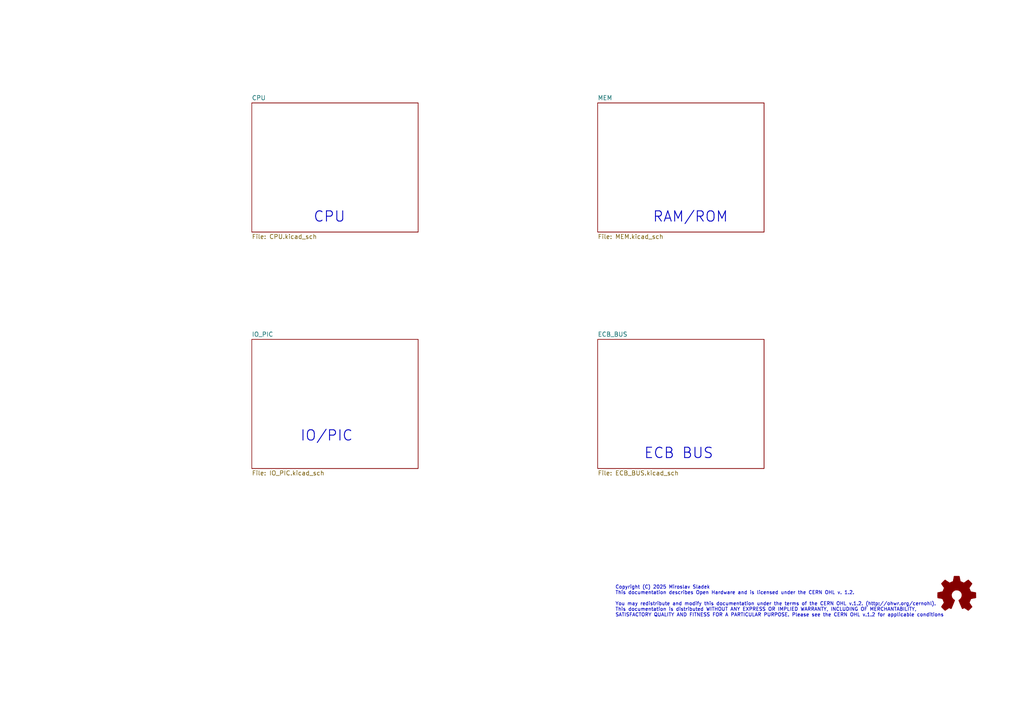
<source format=kicad_sch>
(kicad_sch (version 20230121) (generator eeschema)
  (paper "A4")
  (title_block (title "ECB 8080 SBC") (date "2025-03-17") (rev "A"))
  (lib_symbols
    (symbol "Graphic:Logo_Open_Hardware_Small" (in_bom no) (on_board no)
      (symbol "Logo_Open_Hardware_Small_0_1"
        (polyline (pts (xy 3.3528 -4.3434) (xy 3.302 -4.318) (xy 3.175 -4.2418) (xy 2.9972 -4.1148) (xy 2.7686 -3.9624) (xy 2.54 -3.81) (xy 2.3622 -3.7084) (xy 2.2352 -3.6068) (xy 2.1844 -3.5814) (xy 2.159 -3.6068) (xy 2.0574 -3.6576) (xy 1.905 -3.7338) (xy 1.8034 -3.7846) (xy 1.6764 -3.8354) (xy 1.6002 -3.8354) (xy 1.6002 -3.8354) (xy 1.5494 -3.7338) (xy 1.4732 -3.5306) (xy 1.3462 -3.302) (xy 1.2446 -3.0226) (xy 1.1176 -2.7178) (xy 0.9652 -2.413) (xy 0.8636 -2.1082) (xy 0.7366 -1.8288) (xy 0.6604 -1.6256) (xy 0.6096 -1.4732) (xy 0.5842 -1.397) (xy 0.5842 -1.397) (xy 0.6604 -1.3208) (xy 0.7874 -1.2446) (xy 1.0414 -1.016) (xy 1.2954 -0.6858) (xy 1.4478 -0.3302) (xy 1.524 0.0762) (xy 1.4732 0.4572) (xy 1.3208 0.8128) (xy 1.0668 1.143) (xy 0.762 1.3716) (xy 0.4064 1.524) (xy 0 1.5748) (xy -0.381 1.5494) (xy -0.7366 1.397) (xy -1.0668 1.143) (xy -1.2192 0.9906) (xy -1.397 0.6604) (xy -1.524 0.3048) (xy -1.524 0.2286) (xy -1.4986 -0.1778) (xy -1.397 -0.5334) (xy -1.1938 -0.8636) (xy -0.9144 -1.143) (xy -0.8636 -1.1684) (xy -0.7366 -1.27) (xy -0.635 -1.3462) (xy -0.5842 -1.397) (xy -1.0668 -2.5908) (xy -1.143 -2.794) (xy -1.2954 -3.1242) (xy -1.397 -3.4036) (xy -1.4986 -3.6322) (xy -1.5748 -3.7846) (xy -1.6002 -3.8354) (xy -1.6002 -3.8354) (xy -1.651 -3.8354) (xy -1.7272 -3.81) (xy -1.905 -3.7338) (xy -2.0066 -3.683) (xy -2.1336 -3.6068) (xy -2.2098 -3.5814) (xy -2.2606 -3.6068) (xy -2.3622 -3.683) (xy -2.54 -3.81) (xy -2.7686 -3.9624) (xy -2.9718 -4.0894) (xy -3.1496 -4.2164) (xy -3.302 -4.318) (xy -3.3528 -4.3434) (xy -3.3782 -4.3434) (xy -3.429 -4.318) (xy -3.5306 -4.2164) (xy -3.7084 -4.064) (xy -3.937 -3.8354) (xy -3.9624 -3.81) (xy -4.1656 -3.6068) (xy -4.318 -3.4544) (xy -4.4196 -3.3274) (xy -4.445 -3.2766) (xy -4.445 -3.2766) (xy -4.4196 -3.2258) (xy -4.318 -3.0734) (xy -4.2164 -2.8956) (xy -4.064 -2.667) (xy -3.6576 -2.0828) (xy -3.8862 -1.5494) (xy -3.937 -1.3716) (xy -4.0386 -1.1684) (xy -4.0894 -1.0414) (xy -4.1148 -0.9652) (xy -4.191 -0.9398) (xy -4.318 -0.9144) (xy -4.5466 -0.8636) (xy -4.8006 -0.8128) (xy -5.0546 -0.7874) (xy -5.2578 -0.7366) (xy -5.4356 -0.7112) (xy -5.5118 -0.6858) (xy -5.5118 -0.6858) (xy -5.5372 -0.635) (xy -5.5372 -0.5588) (xy -5.5372 -0.4318) (xy -5.5626 -0.2286) (xy -5.5626 0.0762) (xy -5.5626 0.127) (xy -5.5372 0.4064) (xy -5.5372 0.635) (xy -5.5372 0.762) (xy -5.5372 0.8382) (xy -5.5372 0.8382) (xy -5.461 0.8382) (xy -5.3086 0.889) (xy -5.08 0.9144) (xy -4.826 0.9652) (xy -4.8006 0.9906) (xy -4.5466 1.0414) (xy -4.318 1.0668) (xy -4.1656 1.1176) (xy -4.0894 1.143) (xy -4.0894 1.143) (xy -4.0386 1.2446) (xy -3.9624 1.4224) (xy -3.8608 1.6256) (xy -3.7846 1.8288) (xy -3.7084 2.0066) (xy -3.6576 2.159) (xy -3.6322 2.2098) (xy -3.6322 2.2098) (xy -3.683 2.286) (xy -3.7592 2.413) (xy -3.8862 2.5908) (xy -4.064 2.8194) (xy -4.064 2.8448) (xy -4.2164 3.0734) (xy -4.3434 3.2512) (xy -4.4196 3.3782) (xy -4.445 3.4544) (xy -4.445 3.4544) (xy -4.3942 3.5052) (xy -4.2926 3.6322) (xy -4.1148 3.81) (xy -3.937 4.0132) (xy -3.8608 4.064) (xy -3.6576 4.2926) (xy -3.5052 4.4196) (xy -3.4036 4.4958) (xy -3.3528 4.5212) (xy -3.3528 4.5212) (xy -3.302 4.4704) (xy -3.1496 4.3688) (xy -2.9718 4.2418) (xy -2.7432 4.0894) (xy -2.7178 4.0894) (xy -2.4892 3.937) (xy -2.3114 3.81) (xy -2.1844 3.7084) (xy -2.1336 3.683) (xy -2.1082 3.683) (xy -2.032 3.7084) (xy -1.8542 3.7592) (xy -1.6764 3.8354) (xy -1.4732 3.937) (xy -1.27 4.0132) (xy -1.143 4.064) (xy -1.0668 4.1148) (xy -1.0668 4.1148) (xy -1.0414 4.191) (xy -1.016 4.3434) (xy -0.9652 4.572) (xy -0.9144 4.8514) (xy -0.889 4.9022) (xy -0.8382 5.1562) (xy -0.8128 5.3848) (xy -0.7874 5.5372) (xy -0.762 5.588) (xy -0.7112 5.6134) (xy -0.5842 5.6134) (xy -0.4064 5.6134) (xy -0.1524 5.6134) (xy 0.0762 5.6134) (xy 0.3302 5.6134) (xy 0.5334 5.6134) (xy 0.6858 5.588) (xy 0.7366 5.588) (xy 0.7366 5.588) (xy 0.762 5.5118) (xy 0.8128 5.334) (xy 0.8382 5.1054) (xy 0.9144 4.826) (xy 0.9144 4.7752) (xy 0.9652 4.5212) (xy 1.016 4.2926) (xy 1.0414 4.1402) (xy 1.0668 4.0894) (xy 1.0668 4.0894) (xy 1.1938 4.0386) (xy 1.3716 3.9624) (xy 1.5748 3.8608) (xy 2.0828 3.6576) (xy 2.7178 4.0894) (xy 2.7686 4.1402) (xy 2.9972 4.2926) (xy 3.175 4.4196) (xy 3.302 4.4958) (xy 3.3782 4.5212) (xy 3.3782 4.5212) (xy 3.429 4.4704) (xy 3.556 4.3434) (xy 3.7338 4.191) (xy 3.9116 3.9878) (xy 4.064 3.8354) (xy 4.2418 3.6576) (xy 4.3434 3.556) (xy 4.4196 3.4798) (xy 4.4196 3.429) (xy 4.4196 3.4036) (xy 4.3942 3.3274) (xy 4.2926 3.2004) (xy 4.1656 2.9972) (xy 4.0132 2.794) (xy 3.8862 2.5908) (xy 3.7592 2.3876) (xy 3.6576 2.2352) (xy 3.6322 2.159) (xy 3.6322 2.1336) (xy 3.683 2.0066) (xy 3.7592 1.8288) (xy 3.8608 1.6002) (xy 4.064 1.1176) (xy 4.3942 1.0414) (xy 4.5974 1.016) (xy 4.8768 0.9652) (xy 5.1308 0.9144) (xy 5.5372 0.8382) (xy 5.5626 -0.6604) (xy 5.4864 -0.6858) (xy 5.4356 -0.6858) (xy 5.2832 -0.7366) (xy 5.0546 -0.762) (xy 4.8006 -0.8128) (xy 4.5974 -0.8636) (xy 4.3688 -0.9144) (xy 4.2164 -0.9398) (xy 4.1402 -0.9398) (xy 4.1148 -0.9652) (xy 4.064 -1.0668) (xy 3.9878 -1.2446) (xy 3.9116 -1.4478) (xy 3.81 -1.651) (xy 3.7338 -1.8542) (xy 3.683 -2.0066) (xy 3.6576 -2.0828) (xy 3.683 -2.1336) (xy 3.7846 -2.2606) (xy 3.8862 -2.4638) (xy 4.0386 -2.667) (xy 4.191 -2.8956) (xy 4.318 -3.0734) (xy 4.3942 -3.2004) (xy 4.445 -3.2766) (xy 4.4196 -3.3274) (xy 4.3434 -3.429) (xy 4.1656 -3.5814) (xy 3.937 -3.8354) (xy 3.8862 -3.8608) (xy 3.683 -4.064) (xy 3.5306 -4.2164) (xy 3.4036 -4.318) (xy 3.3528 -4.3434)) (fill (type outline)))
      )
    )
  )
  (text "RAM/ROM" (at 189.23 64.77 0) (effects (font (size 3 3) (thickness 0.254) bold) (justify left bottom)))
  (text "IO/PIC" (at 86.995 128.27 0) (effects (font (size 3 3) (thickness 0.254) bold) (justify left bottom)))
  (text "CPU" (at 90.805 64.77 0) (effects (font (size 3 3) (thickness 0.254) bold) (justify left bottom)))
  (text "ECB BUS" (at 186.69 133.35 0) (effects (font (size 3 3) (thickness 0.254) bold) (justify left bottom)))
  (text "Copyright (C) 2025 Miroslav Sladek\nThis documentation describes Open Hardware and is licensed under the CERN OHL v. 1.2.\n\nYou may redistribute and modify this documentation under the terms of the CERN OHL v.1.2. (http://ohwr.org/cernohl).\nThis documentation is distributed WITHOUT ANY EXPRESS OR IMPLIED WARRANTY, INCLUDING OF MERCHANTABILITY,\nSATISFACTORY QUALITY AND FITNESS FOR A PARTICULAR PURPOSE. Please see the CERN OHL v.1.2 for applicable conditions" (at 178.435 179.07 0) (effects (font (size 1 1)) (justify left bottom)))
  (symbol (lib_id "Graphic:Logo_Open_Hardware_Small") (at 277.495 172.72 0) (unit 1) (in_bom no) (on_board no)
    (property "Reference" "#SYM1" (effects hide))
    (property "Value" "Logo_Open_Hardware_Small" (effects hide))
    (property "Sim.Enable" "0" (effects hide))
  )
  (sheet (at 73.025 98.425) (size 48.26 37.465) (stroke (width 0.1524))
    (property "Sheetname" "IO_PIC" (at 73.025 97.7134 0) (effects (justify left bottom)))
    (property "Sheetfile" "IO_PIC.kicad_sch" (at 73.025 136.4746 0) (effects (justify left top)))
  )
  (sheet (at 173.355 98.425) (size 48.26 37.465) (stroke (width 0.1524))
    (property "Sheetname" "ECB_BUS" (at 173.355 97.7134 0) (effects (justify left bottom)))
    (property "Sheetfile" "ECB_BUS.kicad_sch" (at 173.355 136.4746 0) (effects (justify left top)))
  )
  (sheet (at 173.355 29.845) (size 48.26 37.465) (stroke (width 0.1524))
    (property "Sheetname" "MEM" (at 173.355 29.1334 0) (effects (justify left bottom)))
    (property "Sheetfile" "MEM.kicad_sch" (at 173.355 67.8946 0) (effects (justify left top)))
  )
  (sheet (at 73.025 29.845) (size 48.26 37.465) (stroke (width 0.1524))
    (property "Sheetname" "CPU" (at 73.025 29.1334 0) (effects (justify left bottom)))
    (property "Sheetfile" "CPU.kicad_sch" (at 73.025 67.8946 0) (effects (justify left top)))
  )
)
</source>
